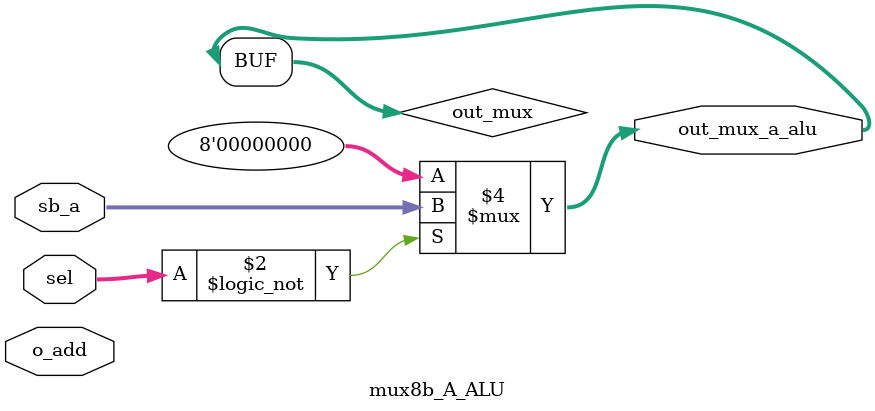
<source format=v>

module  mux8b_A_ALU(
        input wire[7:0] sb_a, 
        input wire[7:0] o_add, 
        input wire[1:0] sel,
        output wire[7:0] out_mux_a_alu
);
    
    reg[7:0]  out_mux;
    assign out_mux_a_alu = out_mux;


    //-------------Code Starts Here---------
    always @ (sel or sb_a or o_add)
    // begin and end act like curly braces in C/C++.
    if (sel == 1'b0) begin
      out_mux = sb_a;
    end else begin
      out_mux = 8'b0;//o_add
    end

endmodule //End Of Module mux
</source>
